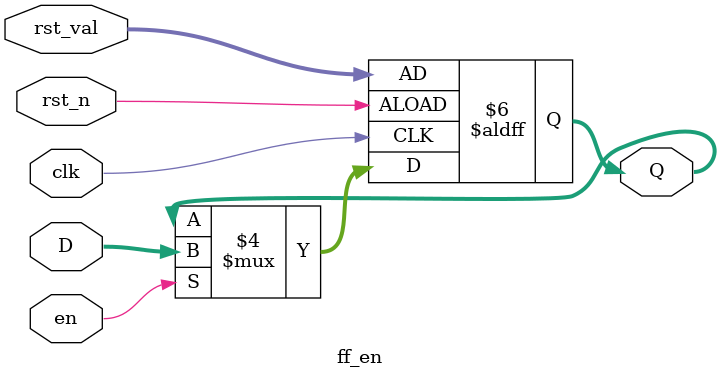
<source format=sv>
module ff_en #(
    parameter WIDTH = 3
) (
    input wire clk,
    input wire rst_n,
    input wire en,
    input wire [WIDTH-1:0] rst_val,
    input wire [WIDTH-1:0] D,

    output reg [WIDTH-1:0] Q
);

always_ff @(posedge clk, negedge rst_n) begin
    if (!rst_n) begin
        Q = rst_val;
    end else if (en) begin
        Q <= D;
    end else begin
        Q <= Q;
    end
end
    
endmodule
</source>
